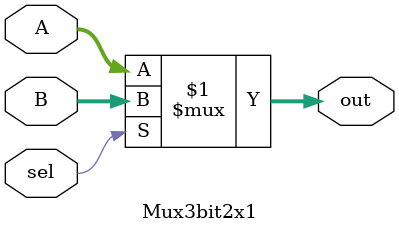
<source format=v>
module Mux3bit2x1(    
    input sel,
    input [2:0] A,
    input [2:0] B,
    output [2:0] out
    );
    
    assign out = (sel) ? B : A;
endmodule

</source>
